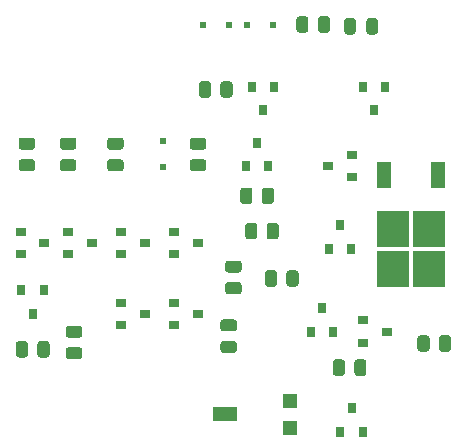
<source format=gbr>
%TF.GenerationSoftware,KiCad,Pcbnew,(5.1.10)-1*%
%TF.CreationDate,2021-12-12T15:32:54+02:00*%
%TF.ProjectId,P1_DCE_NEATA_ADRIAN_STAB_ERS_kicad,50315f44-4345-45f4-9e45-4154415f4144,rev?*%
%TF.SameCoordinates,Original*%
%TF.FileFunction,Paste,Top*%
%TF.FilePolarity,Positive*%
%FSLAX46Y46*%
G04 Gerber Fmt 4.6, Leading zero omitted, Abs format (unit mm)*
G04 Created by KiCad (PCBNEW (5.1.10)-1) date 2021-12-12 15:32:54*
%MOMM*%
%LPD*%
G01*
G04 APERTURE LIST*
%ADD10R,0.500000X0.500000*%
%ADD11R,0.800000X0.900000*%
%ADD12R,0.900000X0.800000*%
%ADD13R,1.200000X2.200000*%
%ADD14R,2.750000X3.050000*%
%ADD15R,1.300000X1.300000*%
%ADD16R,2.000000X1.300000*%
G04 APERTURE END LIST*
D10*
%TO.C,D1*%
X14000000Y25400000D03*
X14000000Y27600000D03*
%TD*%
%TO.C,D2*%
X17400000Y37500000D03*
X19600000Y37500000D03*
%TD*%
%TO.C,D3*%
X23350000Y37500000D03*
X21150000Y37500000D03*
%TD*%
%TO.C,LED1*%
G36*
G01*
X32225000Y37806250D02*
X32225000Y36893750D01*
G75*
G02*
X31981250Y36650000I-243750J0D01*
G01*
X31493750Y36650000D01*
G75*
G02*
X31250000Y36893750I0J243750D01*
G01*
X31250000Y37806250D01*
G75*
G02*
X31493750Y38050000I243750J0D01*
G01*
X31981250Y38050000D01*
G75*
G02*
X32225000Y37806250I0J-243750D01*
G01*
G37*
G36*
G01*
X30350000Y37806250D02*
X30350000Y36893750D01*
G75*
G02*
X30106250Y36650000I-243750J0D01*
G01*
X29618750Y36650000D01*
G75*
G02*
X29375000Y36893750I0J243750D01*
G01*
X29375000Y37806250D01*
G75*
G02*
X29618750Y38050000I243750J0D01*
G01*
X30106250Y38050000D01*
G75*
G02*
X30350000Y37806250I0J-243750D01*
G01*
G37*
%TD*%
D11*
%TO.C,Q1*%
X22500000Y30250000D03*
X21550000Y32250000D03*
X23450000Y32250000D03*
%TD*%
D12*
%TO.C,Q2*%
X4000000Y19000000D03*
X2000000Y18050000D03*
X2000000Y19950000D03*
%TD*%
%TO.C,Q3*%
X10500000Y19950000D03*
X10500000Y18050000D03*
X12500000Y19000000D03*
%TD*%
%TO.C,Q4*%
X6000000Y19950000D03*
X6000000Y18050000D03*
X8000000Y19000000D03*
%TD*%
D11*
%TO.C,Q5*%
X3000000Y13000000D03*
X2050000Y15000000D03*
X3950000Y15000000D03*
%TD*%
D12*
%TO.C,Q6*%
X17000000Y13000000D03*
X15000000Y12050000D03*
X15000000Y13950000D03*
%TD*%
%TO.C,Q7*%
X17000000Y19000000D03*
X15000000Y18050000D03*
X15000000Y19950000D03*
%TD*%
%TO.C,Q8*%
X10500000Y13950000D03*
X10500000Y12050000D03*
X12500000Y13000000D03*
%TD*%
D11*
%TO.C,Q9*%
X21050000Y25500000D03*
X22950000Y25500000D03*
X22000000Y27500000D03*
%TD*%
D13*
%TO.C,Q10*%
X37280000Y24800000D03*
X32720000Y24800000D03*
D14*
X33475000Y16825000D03*
X36525000Y20175000D03*
X36525000Y16825000D03*
X33475000Y20175000D03*
%TD*%
D12*
%TO.C,Q11*%
X30000000Y24550000D03*
X30000000Y26450000D03*
X28000000Y25500000D03*
%TD*%
D11*
%TO.C,Q12*%
X26550000Y11500000D03*
X28450000Y11500000D03*
X27500000Y13500000D03*
%TD*%
%TO.C,Q13*%
X29000000Y20500000D03*
X29950000Y18500000D03*
X28050000Y18500000D03*
%TD*%
D12*
%TO.C,Q14*%
X31000000Y12450000D03*
X31000000Y10550000D03*
X33000000Y11500000D03*
%TD*%
D11*
%TO.C,Q15*%
X30000000Y5000000D03*
X30950000Y3000000D03*
X29050000Y3000000D03*
%TD*%
%TO.C,R1*%
G36*
G01*
X2049998Y26100000D02*
X2950002Y26100000D01*
G75*
G02*
X3200000Y25850002I0J-249998D01*
G01*
X3200000Y25324998D01*
G75*
G02*
X2950002Y25075000I-249998J0D01*
G01*
X2049998Y25075000D01*
G75*
G02*
X1800000Y25324998I0J249998D01*
G01*
X1800000Y25850002D01*
G75*
G02*
X2049998Y26100000I249998J0D01*
G01*
G37*
G36*
G01*
X2049998Y27925000D02*
X2950002Y27925000D01*
G75*
G02*
X3200000Y27675002I0J-249998D01*
G01*
X3200000Y27149998D01*
G75*
G02*
X2950002Y26900000I-249998J0D01*
G01*
X2049998Y26900000D01*
G75*
G02*
X1800000Y27149998I0J249998D01*
G01*
X1800000Y27675002D01*
G75*
G02*
X2049998Y27925000I249998J0D01*
G01*
G37*
%TD*%
%TO.C,R2*%
G36*
G01*
X5549998Y26100000D02*
X6450002Y26100000D01*
G75*
G02*
X6700000Y25850002I0J-249998D01*
G01*
X6700000Y25324998D01*
G75*
G02*
X6450002Y25075000I-249998J0D01*
G01*
X5549998Y25075000D01*
G75*
G02*
X5300000Y25324998I0J249998D01*
G01*
X5300000Y25850002D01*
G75*
G02*
X5549998Y26100000I249998J0D01*
G01*
G37*
G36*
G01*
X5549998Y27925000D02*
X6450002Y27925000D01*
G75*
G02*
X6700000Y27675002I0J-249998D01*
G01*
X6700000Y27149998D01*
G75*
G02*
X6450002Y26900000I-249998J0D01*
G01*
X5549998Y26900000D01*
G75*
G02*
X5300000Y27149998I0J249998D01*
G01*
X5300000Y27675002D01*
G75*
G02*
X5549998Y27925000I249998J0D01*
G01*
G37*
%TD*%
%TO.C,R3*%
G36*
G01*
X9549998Y27925000D02*
X10450002Y27925000D01*
G75*
G02*
X10700000Y27675002I0J-249998D01*
G01*
X10700000Y27149998D01*
G75*
G02*
X10450002Y26900000I-249998J0D01*
G01*
X9549998Y26900000D01*
G75*
G02*
X9300000Y27149998I0J249998D01*
G01*
X9300000Y27675002D01*
G75*
G02*
X9549998Y27925000I249998J0D01*
G01*
G37*
G36*
G01*
X9549998Y26100000D02*
X10450002Y26100000D01*
G75*
G02*
X10700000Y25850002I0J-249998D01*
G01*
X10700000Y25324998D01*
G75*
G02*
X10450002Y25075000I-249998J0D01*
G01*
X9549998Y25075000D01*
G75*
G02*
X9300000Y25324998I0J249998D01*
G01*
X9300000Y25850002D01*
G75*
G02*
X9549998Y26100000I249998J0D01*
G01*
G37*
%TD*%
%TO.C,R4*%
G36*
G01*
X16549998Y27925000D02*
X17450002Y27925000D01*
G75*
G02*
X17700000Y27675002I0J-249998D01*
G01*
X17700000Y27149998D01*
G75*
G02*
X17450002Y26900000I-249998J0D01*
G01*
X16549998Y26900000D01*
G75*
G02*
X16300000Y27149998I0J249998D01*
G01*
X16300000Y27675002D01*
G75*
G02*
X16549998Y27925000I249998J0D01*
G01*
G37*
G36*
G01*
X16549998Y26100000D02*
X17450002Y26100000D01*
G75*
G02*
X17700000Y25850002I0J-249998D01*
G01*
X17700000Y25324998D01*
G75*
G02*
X17450002Y25075000I-249998J0D01*
G01*
X16549998Y25075000D01*
G75*
G02*
X16300000Y25324998I0J249998D01*
G01*
X16300000Y25850002D01*
G75*
G02*
X16549998Y26100000I249998J0D01*
G01*
G37*
%TD*%
%TO.C,R5*%
G36*
G01*
X23425000Y23450002D02*
X23425000Y22549998D01*
G75*
G02*
X23175002Y22300000I-249998J0D01*
G01*
X22649998Y22300000D01*
G75*
G02*
X22400000Y22549998I0J249998D01*
G01*
X22400000Y23450002D01*
G75*
G02*
X22649998Y23700000I249998J0D01*
G01*
X23175002Y23700000D01*
G75*
G02*
X23425000Y23450002I0J-249998D01*
G01*
G37*
G36*
G01*
X21600000Y23450002D02*
X21600000Y22549998D01*
G75*
G02*
X21350002Y22300000I-249998J0D01*
G01*
X20824998Y22300000D01*
G75*
G02*
X20575000Y22549998I0J249998D01*
G01*
X20575000Y23450002D01*
G75*
G02*
X20824998Y23700000I249998J0D01*
G01*
X21350002Y23700000D01*
G75*
G02*
X21600000Y23450002I0J-249998D01*
G01*
G37*
%TD*%
%TO.C,R6*%
G36*
G01*
X1575000Y9549998D02*
X1575000Y10450002D01*
G75*
G02*
X1824998Y10700000I249998J0D01*
G01*
X2350002Y10700000D01*
G75*
G02*
X2600000Y10450002I0J-249998D01*
G01*
X2600000Y9549998D01*
G75*
G02*
X2350002Y9300000I-249998J0D01*
G01*
X1824998Y9300000D01*
G75*
G02*
X1575000Y9549998I0J249998D01*
G01*
G37*
G36*
G01*
X3400000Y9549998D02*
X3400000Y10450002D01*
G75*
G02*
X3649998Y10700000I249998J0D01*
G01*
X4175002Y10700000D01*
G75*
G02*
X4425000Y10450002I0J-249998D01*
G01*
X4425000Y9549998D01*
G75*
G02*
X4175002Y9300000I-249998J0D01*
G01*
X3649998Y9300000D01*
G75*
G02*
X3400000Y9549998I0J249998D01*
G01*
G37*
%TD*%
%TO.C,R7*%
G36*
G01*
X19549998Y17512500D02*
X20450002Y17512500D01*
G75*
G02*
X20700000Y17262502I0J-249998D01*
G01*
X20700000Y16737498D01*
G75*
G02*
X20450002Y16487500I-249998J0D01*
G01*
X19549998Y16487500D01*
G75*
G02*
X19300000Y16737498I0J249998D01*
G01*
X19300000Y17262502D01*
G75*
G02*
X19549998Y17512500I249998J0D01*
G01*
G37*
G36*
G01*
X19549998Y15687500D02*
X20450002Y15687500D01*
G75*
G02*
X20700000Y15437502I0J-249998D01*
G01*
X20700000Y14912498D01*
G75*
G02*
X20450002Y14662500I-249998J0D01*
G01*
X19549998Y14662500D01*
G75*
G02*
X19300000Y14912498I0J249998D01*
G01*
X19300000Y15437502D01*
G75*
G02*
X19549998Y15687500I249998J0D01*
G01*
G37*
%TD*%
%TO.C,R8*%
G36*
G01*
X6049998Y10187500D02*
X6950002Y10187500D01*
G75*
G02*
X7200000Y9937502I0J-249998D01*
G01*
X7200000Y9412498D01*
G75*
G02*
X6950002Y9162500I-249998J0D01*
G01*
X6049998Y9162500D01*
G75*
G02*
X5800000Y9412498I0J249998D01*
G01*
X5800000Y9937502D01*
G75*
G02*
X6049998Y10187500I249998J0D01*
G01*
G37*
G36*
G01*
X6049998Y12012500D02*
X6950002Y12012500D01*
G75*
G02*
X7200000Y11762502I0J-249998D01*
G01*
X7200000Y11237498D01*
G75*
G02*
X6950002Y10987500I-249998J0D01*
G01*
X6049998Y10987500D01*
G75*
G02*
X5800000Y11237498I0J249998D01*
G01*
X5800000Y11762502D01*
G75*
G02*
X6049998Y12012500I249998J0D01*
G01*
G37*
%TD*%
%TO.C,R9*%
G36*
G01*
X37400000Y10049998D02*
X37400000Y10950002D01*
G75*
G02*
X37649998Y11200000I249998J0D01*
G01*
X38175002Y11200000D01*
G75*
G02*
X38425000Y10950002I0J-249998D01*
G01*
X38425000Y10049998D01*
G75*
G02*
X38175002Y9800000I-249998J0D01*
G01*
X37649998Y9800000D01*
G75*
G02*
X37400000Y10049998I0J249998D01*
G01*
G37*
G36*
G01*
X35575000Y10049998D02*
X35575000Y10950002D01*
G75*
G02*
X35824998Y11200000I249998J0D01*
G01*
X36350002Y11200000D01*
G75*
G02*
X36600000Y10950002I0J-249998D01*
G01*
X36600000Y10049998D01*
G75*
G02*
X36350002Y9800000I-249998J0D01*
G01*
X35824998Y9800000D01*
G75*
G02*
X35575000Y10049998I0J249998D01*
G01*
G37*
%TD*%
%TO.C,R10*%
G36*
G01*
X23837500Y20450002D02*
X23837500Y19549998D01*
G75*
G02*
X23587502Y19300000I-249998J0D01*
G01*
X23062498Y19300000D01*
G75*
G02*
X22812500Y19549998I0J249998D01*
G01*
X22812500Y20450002D01*
G75*
G02*
X23062498Y20700000I249998J0D01*
G01*
X23587502Y20700000D01*
G75*
G02*
X23837500Y20450002I0J-249998D01*
G01*
G37*
G36*
G01*
X22012500Y20450002D02*
X22012500Y19549998D01*
G75*
G02*
X21762502Y19300000I-249998J0D01*
G01*
X21237498Y19300000D01*
G75*
G02*
X20987500Y19549998I0J249998D01*
G01*
X20987500Y20450002D01*
G75*
G02*
X21237498Y20700000I249998J0D01*
G01*
X21762502Y20700000D01*
G75*
G02*
X22012500Y20450002I0J-249998D01*
G01*
G37*
%TD*%
%TO.C,R11*%
G36*
G01*
X24487500Y15549998D02*
X24487500Y16450002D01*
G75*
G02*
X24737498Y16700000I249998J0D01*
G01*
X25262502Y16700000D01*
G75*
G02*
X25512500Y16450002I0J-249998D01*
G01*
X25512500Y15549998D01*
G75*
G02*
X25262502Y15300000I-249998J0D01*
G01*
X24737498Y15300000D01*
G75*
G02*
X24487500Y15549998I0J249998D01*
G01*
G37*
G36*
G01*
X22662500Y15549998D02*
X22662500Y16450002D01*
G75*
G02*
X22912498Y16700000I249998J0D01*
G01*
X23437502Y16700000D01*
G75*
G02*
X23687500Y16450002I0J-249998D01*
G01*
X23687500Y15549998D01*
G75*
G02*
X23437502Y15300000I-249998J0D01*
G01*
X22912498Y15300000D01*
G75*
G02*
X22662500Y15549998I0J249998D01*
G01*
G37*
%TD*%
%TO.C,R12*%
G36*
G01*
X19149998Y12537500D02*
X20050002Y12537500D01*
G75*
G02*
X20300000Y12287502I0J-249998D01*
G01*
X20300000Y11762498D01*
G75*
G02*
X20050002Y11512500I-249998J0D01*
G01*
X19149998Y11512500D01*
G75*
G02*
X18900000Y11762498I0J249998D01*
G01*
X18900000Y12287502D01*
G75*
G02*
X19149998Y12537500I249998J0D01*
G01*
G37*
G36*
G01*
X19149998Y10712500D02*
X20050002Y10712500D01*
G75*
G02*
X20300000Y10462502I0J-249998D01*
G01*
X20300000Y9937498D01*
G75*
G02*
X20050002Y9687500I-249998J0D01*
G01*
X19149998Y9687500D01*
G75*
G02*
X18900000Y9937498I0J249998D01*
G01*
X18900000Y10462502D01*
G75*
G02*
X19149998Y10712500I249998J0D01*
G01*
G37*
%TD*%
%TO.C,R13*%
G36*
G01*
X29437500Y8900002D02*
X29437500Y7999998D01*
G75*
G02*
X29187502Y7750000I-249998J0D01*
G01*
X28662498Y7750000D01*
G75*
G02*
X28412500Y7999998I0J249998D01*
G01*
X28412500Y8900002D01*
G75*
G02*
X28662498Y9150000I249998J0D01*
G01*
X29187502Y9150000D01*
G75*
G02*
X29437500Y8900002I0J-249998D01*
G01*
G37*
G36*
G01*
X31262500Y8900002D02*
X31262500Y7999998D01*
G75*
G02*
X31012502Y7750000I-249998J0D01*
G01*
X30487498Y7750000D01*
G75*
G02*
X30237500Y7999998I0J249998D01*
G01*
X30237500Y8900002D01*
G75*
G02*
X30487498Y9150000I249998J0D01*
G01*
X31012502Y9150000D01*
G75*
G02*
X31262500Y8900002I0J-249998D01*
G01*
G37*
%TD*%
%TO.C,R15*%
G36*
G01*
X18900000Y31549998D02*
X18900000Y32450002D01*
G75*
G02*
X19149998Y32700000I249998J0D01*
G01*
X19675002Y32700000D01*
G75*
G02*
X19925000Y32450002I0J-249998D01*
G01*
X19925000Y31549998D01*
G75*
G02*
X19675002Y31300000I-249998J0D01*
G01*
X19149998Y31300000D01*
G75*
G02*
X18900000Y31549998I0J249998D01*
G01*
G37*
G36*
G01*
X17075000Y31549998D02*
X17075000Y32450002D01*
G75*
G02*
X17324998Y32700000I249998J0D01*
G01*
X17850002Y32700000D01*
G75*
G02*
X18100000Y32450002I0J-249998D01*
G01*
X18100000Y31549998D01*
G75*
G02*
X17850002Y31300000I-249998J0D01*
G01*
X17324998Y31300000D01*
G75*
G02*
X17075000Y31549998I0J249998D01*
G01*
G37*
%TD*%
%TO.C,R16*%
G36*
G01*
X25325000Y37049998D02*
X25325000Y37950002D01*
G75*
G02*
X25574998Y38200000I249998J0D01*
G01*
X26100002Y38200000D01*
G75*
G02*
X26350000Y37950002I0J-249998D01*
G01*
X26350000Y37049998D01*
G75*
G02*
X26100002Y36800000I-249998J0D01*
G01*
X25574998Y36800000D01*
G75*
G02*
X25325000Y37049998I0J249998D01*
G01*
G37*
G36*
G01*
X27150000Y37049998D02*
X27150000Y37950002D01*
G75*
G02*
X27399998Y38200000I249998J0D01*
G01*
X27925002Y38200000D01*
G75*
G02*
X28175000Y37950002I0J-249998D01*
G01*
X28175000Y37049998D01*
G75*
G02*
X27925002Y36800000I-249998J0D01*
G01*
X27399998Y36800000D01*
G75*
G02*
X27150000Y37049998I0J249998D01*
G01*
G37*
%TD*%
D15*
%TO.C,RPOT1*%
X24750000Y5650000D03*
D16*
X19250000Y4500000D03*
D15*
X24750000Y3350000D03*
%TD*%
D11*
%TO.C,Z1*%
X32850000Y32250000D03*
X30950000Y32250000D03*
X31900000Y30250000D03*
%TD*%
M02*

</source>
